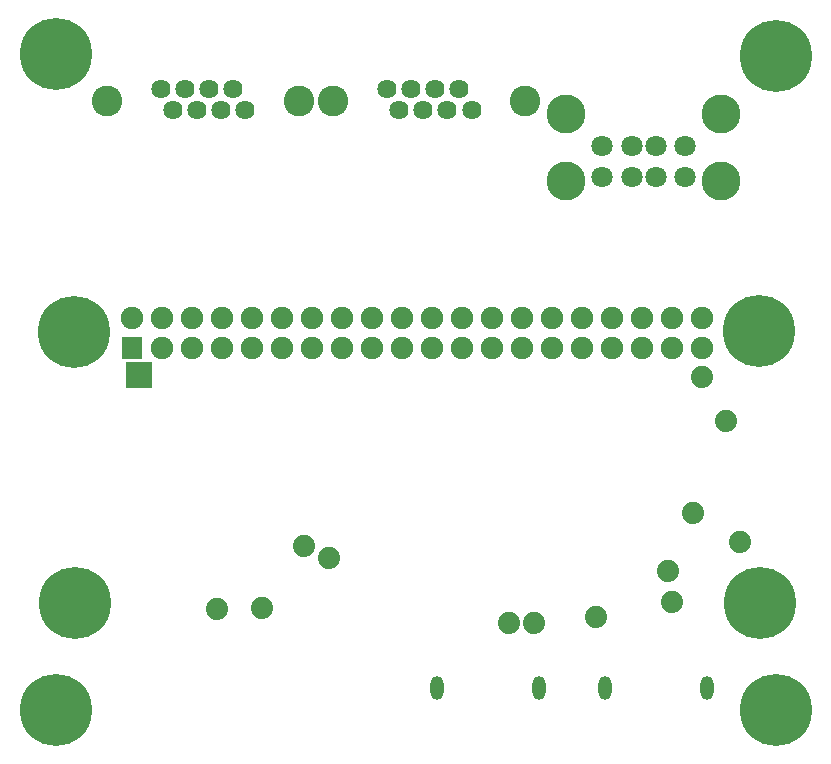
<source format=gbs>
G04 Layer: BottomSolderMaskLayer*
G04 EasyEDA v6.5.51, 2025-12-13 04:46:10*
G04 afe304bc349a47aca8f85fda98863c0f,54a2198792e84a5b8b180a78bcbfafa7,10*
G04 Gerber Generator version 0.2*
G04 Scale: 100 percent, Rotated: No, Reflected: No *
G04 Dimensions in inches *
G04 leading zeros omitted , absolute positions ,3 integer and 6 decimal *
%FSLAX36Y36*%
%MOIN*%

%AMMACRO1*4,1,8,-0.041,-0.0434,-0.0434,-0.041,-0.0434,0.041,-0.041,0.0434,0.041,0.0434,0.0434,0.041,0.0434,-0.041,0.041,-0.0434,-0.041,-0.0434,0*%
%AMMACRO2*4,1,8,-0.0318,-0.0374,-0.033,-0.0363,-0.033,0.0363,-0.0318,0.0374,0.0318,0.0374,0.033,0.0363,0.033,-0.0363,0.0318,-0.0374,-0.0318,-0.0374,0*%
%ADD10O,0.04337X0.078803*%
%ADD11MACRO1*%
%ADD12C,0.0749*%
%ADD13C,0.0740*%
%ADD14C,0.0740*%
%ADD15C,0.2402*%
%ADD16MACRO2*%
%ADD17C,0.1024*%
%ADD18C,0.0640*%
%ADD19C,0.0128*%
%ADD20C,0.0709*%
%ADD21C,0.1299*%

%LPD*%
D10*
G01*
X2610280Y-28249D03*
G01*
X2269729Y-28249D03*
G01*
X3170280Y-28249D03*
G01*
X2829729Y-28249D03*
D11*
G01*
X1277877Y1014810D03*
D12*
G01*
X3154449Y1205870D03*
D13*
G01*
X1538119Y234499D03*
G01*
X1687719Y239220D03*
G01*
X1827489Y445909D03*
G01*
X2510559Y190010D03*
G01*
X1911340Y406539D03*
G01*
X2594409Y190010D03*
G01*
X2801499Y209299D03*
G01*
X3053080Y259690D03*
D14*
G01*
X3040860Y362440D03*
D13*
G01*
X3125000Y555000D03*
G01*
X3152680Y1007719D03*
G01*
X3234179Y861660D03*
G01*
X3279449Y460869D03*
D15*
G01*
X1059449Y1160870D03*
G01*
X3345720Y255850D03*
G01*
X1062219Y255850D03*
G01*
X3344420Y1162750D03*
D16*
G01*
X1254448Y1105870D03*
D12*
G01*
X1254449Y1205870D03*
G01*
X1354449Y1105870D03*
G01*
X1354449Y1205870D03*
G01*
X1454449Y1105870D03*
G01*
X1454449Y1205870D03*
G01*
X1554449Y1105870D03*
G01*
X1554449Y1205870D03*
G01*
X1654449Y1105870D03*
G01*
X1654449Y1205870D03*
G01*
X1754449Y1105870D03*
G01*
X1754449Y1205870D03*
G01*
X1854449Y1105870D03*
G01*
X1854449Y1205870D03*
G01*
X1954449Y1105870D03*
G01*
X1954449Y1205870D03*
G01*
X2054449Y1105870D03*
G01*
X2054449Y1205870D03*
G01*
X2154449Y1105870D03*
G01*
X2154449Y1205870D03*
G01*
X2254449Y1105870D03*
G01*
X2254449Y1205870D03*
G01*
X2354449Y1105870D03*
G01*
X2354449Y1205870D03*
G01*
X2454449Y1105870D03*
G01*
X2454449Y1205870D03*
G01*
X2554449Y1105870D03*
G01*
X2554449Y1205870D03*
G01*
X2654449Y1105870D03*
G01*
X2654449Y1205870D03*
G01*
X2754449Y1105870D03*
G01*
X2754449Y1205870D03*
G01*
X2854449Y1105870D03*
G01*
X2854449Y1205870D03*
G01*
X2954449Y1105870D03*
G01*
X2954449Y1205870D03*
G01*
X3054449Y1105870D03*
G01*
X3054449Y1205870D03*
G01*
X3154449Y1105870D03*
D17*
G01*
X1169920Y1929879D03*
G01*
X1810079Y1929879D03*
D18*
G01*
X1630550Y1899960D03*
G01*
X1590389Y1970039D03*
G01*
X1550240Y1899960D03*
G01*
X1510079Y1970039D03*
G01*
X1469920Y1899960D03*
G01*
X1429759Y1970039D03*
G01*
X1389610Y1899960D03*
G01*
X1349449Y1970039D03*
D17*
G01*
X1924920Y1929879D03*
G01*
X2565079Y1929879D03*
D18*
G01*
X2385550Y1899960D03*
G01*
X2345389Y1970039D03*
G01*
X2305240Y1899960D03*
G01*
X2265079Y1970039D03*
G01*
X2224920Y1899960D03*
G01*
X2184759Y1970039D03*
G01*
X2144610Y1899960D03*
G01*
X2104449Y1970039D03*
D20*
G01*
X3097799Y1780509D03*
G01*
X2999369Y1780509D03*
G01*
X2920630Y1780509D03*
G01*
X2822200Y1780509D03*
D21*
G01*
X2701340Y1662790D03*
G01*
X3218660Y1662790D03*
G01*
X2701340Y1887199D03*
G01*
X3218660Y1887199D03*
D20*
G01*
X3097799Y1677359D03*
G01*
X2999369Y1677359D03*
G01*
X2920630Y1677359D03*
G01*
X2822200Y1677359D03*
D15*
G01*
X1000000Y2085000D03*
G01*
X3400000Y2080000D03*
G01*
X3400000Y-100000D03*
G01*
X1000000Y-100000D03*
M02*

</source>
